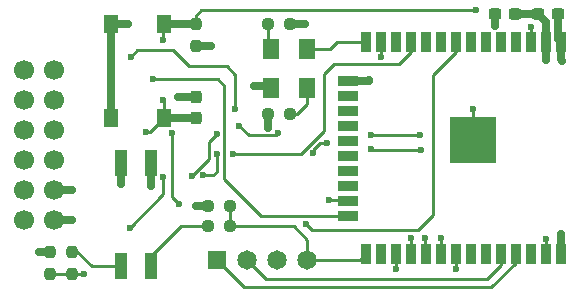
<source format=gbr>
%TF.GenerationSoftware,KiCad,Pcbnew,8.0.5*%
%TF.CreationDate,2024-11-30T18:41:16+03:00*%
%TF.ProjectId,pmod_esp32_4_layer.kicad_sch,706d6f64-5f65-4737-9033-325f345f6c61,rev?*%
%TF.SameCoordinates,Original*%
%TF.FileFunction,Copper,L1,Top*%
%TF.FilePolarity,Positive*%
%FSLAX46Y46*%
G04 Gerber Fmt 4.6, Leading zero omitted, Abs format (unit mm)*
G04 Created by KiCad (PCBNEW 8.0.5) date 2024-11-30 18:41:16*
%MOMM*%
%LPD*%
G01*
G04 APERTURE LIST*
G04 Aperture macros list*
%AMRoundRect*
0 Rectangle with rounded corners*
0 $1 Rounding radius*
0 $2 $3 $4 $5 $6 $7 $8 $9 X,Y pos of 4 corners*
0 Add a 4 corners polygon primitive as box body*
4,1,4,$2,$3,$4,$5,$6,$7,$8,$9,$2,$3,0*
0 Add four circle primitives for the rounded corners*
1,1,$1+$1,$2,$3*
1,1,$1+$1,$4,$5*
1,1,$1+$1,$6,$7*
1,1,$1+$1,$8,$9*
0 Add four rect primitives between the rounded corners*
20,1,$1+$1,$2,$3,$4,$5,0*
20,1,$1+$1,$4,$5,$6,$7,0*
20,1,$1+$1,$6,$7,$8,$9,0*
20,1,$1+$1,$8,$9,$2,$3,0*%
G04 Aperture macros list end*
%TA.AperFunction,SMDPad,CuDef*%
%ADD10RoundRect,0.237500X0.250000X0.237500X-0.250000X0.237500X-0.250000X-0.237500X0.250000X-0.237500X0*%
%TD*%
%TA.AperFunction,SMDPad,CuDef*%
%ADD11RoundRect,0.237500X-0.237500X0.250000X-0.237500X-0.250000X0.237500X-0.250000X0.237500X0.250000X0*%
%TD*%
%TA.AperFunction,SMDPad,CuDef*%
%ADD12RoundRect,0.237500X-0.300000X-0.237500X0.300000X-0.237500X0.300000X0.237500X-0.300000X0.237500X0*%
%TD*%
%TA.AperFunction,SMDPad,CuDef*%
%ADD13RoundRect,0.099000X-0.351000X0.751000X-0.351000X-0.751000X0.351000X-0.751000X0.351000X0.751000X0*%
%TD*%
%TA.AperFunction,SMDPad,CuDef*%
%ADD14R,4.000000X4.000000*%
%TD*%
%TA.AperFunction,SMDPad,CuDef*%
%ADD15RoundRect,0.099000X-0.751000X0.351000X-0.751000X-0.351000X0.751000X-0.351000X0.751000X0.351000X0*%
%TD*%
%TA.AperFunction,SMDPad,CuDef*%
%ADD16RoundRect,0.237500X0.237500X-0.250000X0.237500X0.250000X-0.237500X0.250000X-0.237500X-0.250000X0*%
%TD*%
%TA.AperFunction,SMDPad,CuDef*%
%ADD17RoundRect,0.237500X0.237500X-0.300000X0.237500X0.300000X-0.237500X0.300000X-0.237500X-0.300000X0*%
%TD*%
%TA.AperFunction,ComponentPad*%
%ADD18C,1.695000*%
%TD*%
%TA.AperFunction,SMDPad,CuDef*%
%ADD19RoundRect,0.250001X0.462499X0.624999X-0.462499X0.624999X-0.462499X-0.624999X0.462499X-0.624999X0*%
%TD*%
%TA.AperFunction,SMDPad,CuDef*%
%ADD20RoundRect,0.237500X-0.250000X-0.237500X0.250000X-0.237500X0.250000X0.237500X-0.250000X0.237500X0*%
%TD*%
%TA.AperFunction,SMDPad,CuDef*%
%ADD21R,1.100000X2.200000*%
%TD*%
%TA.AperFunction,SMDPad,CuDef*%
%ADD22R,1.300000X1.550000*%
%TD*%
%TA.AperFunction,SMDPad,CuDef*%
%ADD23RoundRect,0.237500X0.300000X0.237500X-0.300000X0.237500X-0.300000X-0.237500X0.300000X-0.237500X0*%
%TD*%
%TA.AperFunction,SMDPad,CuDef*%
%ADD24RoundRect,0.250001X-0.462499X-0.624999X0.462499X-0.624999X0.462499X0.624999X-0.462499X0.624999X0*%
%TD*%
%TA.AperFunction,ComponentPad*%
%ADD25R,1.650000X1.650000*%
%TD*%
%TA.AperFunction,ComponentPad*%
%ADD26C,1.650000*%
%TD*%
%TA.AperFunction,ViaPad*%
%ADD27C,0.600000*%
%TD*%
%TA.AperFunction,Conductor*%
%ADD28C,0.254000*%
%TD*%
%TA.AperFunction,Conductor*%
%ADD29C,0.640000*%
%TD*%
G04 APERTURE END LIST*
D10*
%TO.P,R10,1*%
%TO.N,/IO0*%
X146950000Y-111500000D03*
%TO.P,R10,2*%
%TO.N,Net-(R10-Pad2)*%
X145125000Y-111500000D03*
%TD*%
%TO.P,R13,1*%
%TO.N,/IO0*%
X146950000Y-109750000D03*
%TO.P,R13,2*%
%TO.N,/VCC3V3*%
X145125000Y-109750000D03*
%TD*%
D11*
%TO.P,R11,1*%
%TO.N,Net-(R11-Pad1)*%
X133550000Y-113687500D03*
%TO.P,R11,2*%
%TO.N,/SELECT*%
X133550000Y-115512500D03*
%TD*%
D12*
%TO.P,C3,1*%
%TO.N,/GND*%
X169375000Y-93500000D03*
%TO.P,C3,2*%
%TO.N,/VCC3V3*%
X171100000Y-93500000D03*
%TD*%
D13*
%TO.P,U1,1,GND*%
%TO.N,/GND*%
X174970000Y-95870000D03*
D14*
%TO.P,U1,1.1,GND*%
X167560000Y-104170000D03*
D13*
%TO.P,U1,2,3V3*%
%TO.N,/VCC3V3*%
X173700000Y-95870000D03*
%TO.P,U1,3,EN*%
%TO.N,/EN*%
X172430000Y-95870000D03*
%TO.P,U1,4,SENSOR_VP*%
%TO.N,unconnected-(U1-SENSOR_VP-Pad4)*%
X171160000Y-95870000D03*
%TO.P,U1,5,SENSOR_VN*%
%TO.N,unconnected-(U1-SENSOR_VN-Pad5)*%
X169890000Y-95870000D03*
%TO.P,U1,6,IO34*%
%TO.N,unconnected-(U1-IO34-Pad6)*%
X168620000Y-95870000D03*
%TO.P,U1,7,IO35*%
%TO.N,unconnected-(U1-IO35-Pad7)*%
X167350000Y-95870000D03*
%TO.P,U1,8,IO32*%
%TO.N,/GPIO*%
X166080000Y-95870000D03*
%TO.P,U1,9,IO33*%
%TO.N,unconnected-(U1-IO33-Pad9)*%
X164810000Y-95870000D03*
%TO.P,U1,10,IO25*%
%TO.N,unconnected-(U1-IO25-Pad10)*%
X163540000Y-95870000D03*
%TO.P,U1,11,IO26*%
%TO.N,/SELECT*%
X162270000Y-95870000D03*
%TO.P,U1,12,IO27*%
%TO.N,unconnected-(U1-IO27-Pad12)*%
X161000000Y-95870000D03*
%TO.P,U1,13,IO14*%
%TO.N,/RTS*%
X159730000Y-95870000D03*
%TO.P,U1,14,IO12*%
%TO.N,/LD0*%
X158460000Y-95870000D03*
D15*
%TO.P,U1,15,GND*%
%TO.N,/GND*%
X156960000Y-99155000D03*
%TO.P,U1,16,IO13*%
%TO.N,unconnected-(U1-IO13-Pad16)*%
X156960000Y-100425000D03*
%TO.P,U1,17,SHD/SD2*%
%TO.N,unconnected-(U1-SHD{slash}SD2-Pad17)*%
X156960000Y-101695000D03*
%TO.P,U1,18,SWP/SD3*%
%TO.N,unconnected-(U1-SWP{slash}SD3-Pad18)*%
X156960000Y-102965000D03*
%TO.P,U1,19,SCS/CMD*%
%TO.N,unconnected-(U1-SCS{slash}CMD-Pad19)*%
X156960000Y-104235000D03*
%TO.P,U1,20,SCK/CLK*%
%TO.N,unconnected-(U1-SCK{slash}CLK-Pad20)*%
X156960000Y-105505000D03*
%TO.P,U1,21,SDO/SD0*%
%TO.N,unconnected-(U1-SDO{slash}SD0-Pad21)*%
X156960000Y-106775000D03*
%TO.P,U1,22,SDI/SD1*%
%TO.N,unconnected-(U1-SDI{slash}SD1-Pad22)*%
X156960000Y-108045000D03*
%TO.P,U1,23,IO15*%
%TO.N,/CTS*%
X156960000Y-109315000D03*
%TO.P,U1,24,IO2*%
%TO.N,/INT*%
X156960000Y-110585000D03*
D13*
%TO.P,U1,25,IO0*%
%TO.N,/IO0*%
X158460000Y-113870000D03*
%TO.P,U1,26,IO4*%
%TO.N,unconnected-(U1-IO4-Pad26)*%
X159730000Y-113870000D03*
%TO.P,U1,27,IO16*%
%TO.N,/RXD*%
X161000000Y-113870000D03*
%TO.P,U1,28,IO17*%
%TO.N,/TXD*%
X162270000Y-113870000D03*
%TO.P,U1,29,IO5*%
%TO.N,/SS*%
X163540000Y-113870000D03*
%TO.P,U1,30,IO18*%
%TO.N,/SCK*%
X164810000Y-113870000D03*
%TO.P,U1,31,IO19*%
%TO.N,/MISO*%
X166080000Y-113870000D03*
%TO.P,U1,32*%
%TO.N,N/C*%
X167350000Y-113870000D03*
%TO.P,U1,33,IO21*%
%TO.N,unconnected-(U1-IO21-Pad33)*%
X168620000Y-113870000D03*
%TO.P,U1,34,RXD0*%
%TO.N,/RXD0*%
X169890000Y-113870000D03*
%TO.P,U1,35,TXD0*%
%TO.N,/TXD0*%
X171160000Y-113870000D03*
%TO.P,U1,36,IO22*%
%TO.N,unconnected-(U1-IO22-Pad36)*%
X172430000Y-113870000D03*
%TO.P,U1,37,IO23*%
%TO.N,/MOSI*%
X173700000Y-113870000D03*
%TO.P,U1,38,GND*%
%TO.N,/GND*%
X174970000Y-113870000D03*
%TD*%
D16*
%TO.P,R12,1*%
%TO.N,/SELECT*%
X131700000Y-115512500D03*
%TO.P,R12,2*%
%TO.N,/GND*%
X131700000Y-113687500D03*
%TD*%
D17*
%TO.P,C1,1*%
%TO.N,/EN*%
X144050000Y-102312500D03*
%TO.P,C1,2*%
%TO.N,/GND*%
X144050000Y-100587500D03*
%TD*%
D18*
%TO.P,J2,1,1*%
%TO.N,Net-(J2-Pad1)*%
X132033500Y-98300000D03*
%TO.P,J2,2,2*%
%TO.N,Net-(J2-Pad2)*%
X132033500Y-100840000D03*
%TO.P,J2,3,3*%
%TO.N,Net-(J2-Pad3)*%
X132033500Y-103380000D03*
%TO.P,J2,4,4*%
%TO.N,Net-(J2-Pad4)*%
X132033500Y-105920000D03*
%TO.P,J2,5,5*%
%TO.N,/GND*%
X132033500Y-108460000D03*
%TO.P,J2,6,6*%
%TO.N,/VCC3V3*%
X132033500Y-111000000D03*
%TO.P,J2,7,7*%
%TO.N,Net-(J2-Pad7)*%
X129493500Y-98300000D03*
%TO.P,J2,8,8*%
%TO.N,Net-(J2-Pad8)*%
X129493500Y-100840000D03*
%TO.P,J2,9,9*%
%TO.N,Net-(J2-Pad9)*%
X129493500Y-103380000D03*
%TO.P,J2,10,10*%
%TO.N,Net-(J2-Pad10)*%
X129493500Y-105920000D03*
%TO.P,J2,11,11*%
%TO.N,/GND*%
X129493500Y-108460000D03*
%TO.P,J2,12,12*%
%TO.N,/VCC3V3*%
X129493500Y-111000000D03*
%TD*%
D16*
%TO.P,R5,1*%
%TO.N,/VCC3V3*%
X144050000Y-96212500D03*
%TO.P,R5,2*%
%TO.N,/EN*%
X144050000Y-94387500D03*
%TD*%
D19*
%TO.P,LD2,1,K*%
%TO.N,Net-(LD2-K)*%
X153437500Y-99750000D03*
%TO.P,LD2,2,A*%
%TO.N,/VCC3V3*%
X150462500Y-99750000D03*
%TD*%
D10*
%TO.P,R15,1*%
%TO.N,Net-(LD2-K)*%
X152012500Y-101950000D03*
%TO.P,R15,2*%
%TO.N,/GND*%
X150187500Y-101950000D03*
%TD*%
D20*
%TO.P,R14,1*%
%TO.N,Net-(LD1-K)*%
X150187500Y-94350000D03*
%TO.P,R14,2*%
%TO.N,/GND*%
X152012500Y-94350000D03*
%TD*%
D21*
%TO.P,S2,1*%
%TO.N,Net-(R11-Pad1)*%
X137727500Y-114900000D03*
%TO.P,S2,2*%
%TO.N,Net-(R10-Pad2)*%
X140267500Y-114900000D03*
%TO.P,S2,A1*%
%TO.N,/VCC3V3*%
X137727500Y-106100000D03*
%TO.P,S2,A2*%
%TO.N,/GND*%
X140267500Y-106100000D03*
%TD*%
D22*
%TO.P,S1,1*%
%TO.N,/EN*%
X141337500Y-94375000D03*
%TO.P,S1,2*%
%TO.N,/GND*%
X136837500Y-94375000D03*
%TO.P,S1,3*%
%TO.N,/EN*%
X141337500Y-102325000D03*
%TO.P,S1,4*%
%TO.N,/GND*%
X136837500Y-102325000D03*
%TD*%
D23*
%TO.P,C2,1*%
%TO.N,/GND*%
X174750000Y-93500000D03*
%TO.P,C2,2*%
%TO.N,/VCC3V3*%
X173025000Y-93500000D03*
%TD*%
D24*
%TO.P,LD1,1,K*%
%TO.N,Net-(LD1-K)*%
X150462500Y-96500000D03*
%TO.P,LD1,2,A*%
%TO.N,/LD0*%
X153437500Y-96500000D03*
%TD*%
D25*
%TO.P,J1,1,1*%
%TO.N,/TXD0*%
X145847500Y-114350000D03*
D26*
%TO.P,J1,2,2*%
%TO.N,/RXD0*%
X148387500Y-114350000D03*
%TO.P,J1,3,3*%
%TO.N,/GND*%
X150927500Y-114350000D03*
%TO.P,J1,4,4*%
%TO.N,/IO0*%
X153467500Y-114350000D03*
%TD*%
D27*
%TO.N,/EN*%
X139850000Y-103500000D03*
X167750000Y-93200000D03*
X172400000Y-94600000D03*
X141300000Y-95750000D03*
X141300000Y-100800000D03*
%TO.N,/GND*%
X150200000Y-103150000D03*
X167550000Y-101600000D03*
X175100000Y-97500000D03*
X138300000Y-94350000D03*
X153300000Y-94350000D03*
X175000000Y-112150000D03*
X133600000Y-108450000D03*
X169350000Y-94500000D03*
X130800000Y-113650000D03*
X140250000Y-108050000D03*
X158750000Y-99150000D03*
X142550000Y-100550000D03*
%TO.N,/VCC3V3*%
X145350000Y-96200000D03*
X173700000Y-97400000D03*
X137727500Y-107877500D03*
X144050000Y-109750000D03*
X133600000Y-111000000D03*
X149000000Y-99650000D03*
%TO.N,/RTS{slash}SS*%
X147400000Y-101600000D03*
X138550000Y-97150000D03*
%TO.N,/INT*%
X140450000Y-99050000D03*
%TO.N,/SELECT*%
X141307097Y-107301471D03*
X144673001Y-107163711D03*
X147200000Y-105350000D03*
X145823001Y-105341290D03*
X134550000Y-115500000D03*
X138500000Y-111600000D03*
%TO.N,/GPIO*%
X153350000Y-111300000D03*
%TO.N,/CTS{slash}SCK*%
X143750000Y-107200000D03*
X145823000Y-103700000D03*
%TO.N,/TXD*%
X162250000Y-112500000D03*
%TO.N,/SS*%
X163500000Y-112450000D03*
%TO.N,/MOSI*%
X163050000Y-103800000D03*
X158900000Y-103800000D03*
X173700000Y-112550000D03*
X151050000Y-103600000D03*
X147700000Y-102973000D03*
%TO.N,/CTS*%
X155300000Y-109300000D03*
%TO.N,/MISO*%
X166050000Y-115150000D03*
%TO.N,/RTS*%
X159750000Y-97150000D03*
%TO.N,/SCK*%
X163100000Y-105000000D03*
X158900000Y-104950000D03*
X153968356Y-105268356D03*
X164800000Y-112500000D03*
X155150000Y-104450000D03*
%TO.N,/RXD*%
X161000000Y-115150000D03*
X142000000Y-103623000D03*
X142600000Y-109650000D03*
%TD*%
D28*
%TO.N,/EN*%
X144500000Y-93200000D02*
X144050000Y-93650000D01*
D29*
X141350000Y-102312500D02*
X141337500Y-102325000D01*
D28*
X140162500Y-103500000D02*
X141337500Y-102325000D01*
D29*
X141350000Y-94387500D02*
X141337500Y-94375000D01*
D28*
X141300000Y-94412500D02*
X141337500Y-94375000D01*
X141337500Y-102325000D02*
X141337500Y-100837500D01*
D29*
X144050000Y-94387500D02*
X141350000Y-94387500D01*
D28*
X141300000Y-95750000D02*
X141300000Y-94412500D01*
X172430000Y-95870000D02*
X172430000Y-94630000D01*
X167750000Y-93200000D02*
X144500000Y-93200000D01*
X172430000Y-94630000D02*
X172400000Y-94600000D01*
X139850000Y-103500000D02*
X140162500Y-103500000D01*
X144050000Y-93650000D02*
X144050000Y-94387500D01*
X141337500Y-100837500D02*
X141300000Y-100800000D01*
D29*
X144050000Y-102312500D02*
X141350000Y-102312500D01*
%TO.N,/GND*%
X174970000Y-97370000D02*
X175100000Y-97500000D01*
X142587500Y-100587500D02*
X142550000Y-100550000D01*
X144050000Y-100587500D02*
X142587500Y-100587500D01*
X174970000Y-95870000D02*
X174970000Y-97370000D01*
X136837500Y-102325000D02*
X136837500Y-94375000D01*
X174750000Y-95650000D02*
X174970000Y-95870000D01*
D28*
X167560000Y-101610000D02*
X167550000Y-101600000D01*
D29*
X138275000Y-94375000D02*
X138300000Y-94350000D01*
X140267500Y-106100000D02*
X140267500Y-108032500D01*
X156960000Y-99155000D02*
X158745000Y-99155000D01*
X130837500Y-113687500D02*
X131700000Y-113687500D01*
X169375000Y-93500000D02*
X169375000Y-94475000D01*
X150187500Y-103137500D02*
X150187500Y-101950000D01*
X140267500Y-108032500D02*
X140250000Y-108050000D01*
X174970000Y-112180000D02*
X175000000Y-112150000D01*
D28*
X167560000Y-104170000D02*
X167560000Y-101610000D01*
D29*
X150200000Y-103150000D02*
X150187500Y-103137500D01*
X169375000Y-94475000D02*
X169350000Y-94500000D01*
X133590000Y-108460000D02*
X133600000Y-108450000D01*
X174750000Y-93500000D02*
X174750000Y-95650000D01*
X132033500Y-108460000D02*
X133590000Y-108460000D01*
X130800000Y-113650000D02*
X130837500Y-113687500D01*
X152012500Y-94350000D02*
X153300000Y-94350000D01*
X174970000Y-113870000D02*
X174970000Y-112180000D01*
X158745000Y-99155000D02*
X158750000Y-99150000D01*
X136837500Y-94375000D02*
X138275000Y-94375000D01*
%TO.N,/VCC3V3*%
X171100000Y-93500000D02*
X173025000Y-93500000D01*
X173700000Y-94175000D02*
X173025000Y-93500000D01*
X137727500Y-106100000D02*
X137727500Y-107877500D01*
X173700000Y-95870000D02*
X173700000Y-94175000D01*
X144050000Y-109750000D02*
X144100000Y-109750000D01*
X173700000Y-95870000D02*
X173700000Y-97400000D01*
X145125000Y-109750000D02*
X144050000Y-109750000D01*
X149000000Y-99650000D02*
X150362500Y-99650000D01*
X145337500Y-96212500D02*
X145350000Y-96200000D01*
X150362500Y-99650000D02*
X150462500Y-99750000D01*
X137750000Y-107900000D02*
X137727500Y-107877500D01*
X144050000Y-96212500D02*
X145337500Y-96212500D01*
X132033500Y-111000000D02*
X133600000Y-111000000D01*
D28*
%TO.N,/TXD0*%
X171160000Y-114590000D02*
X171160000Y-113870000D01*
X148170500Y-116673000D02*
X169077000Y-116673000D01*
X145847500Y-114350000D02*
X148170500Y-116673000D01*
X169077000Y-116673000D02*
X171160000Y-114590000D01*
%TO.N,/IO0*%
X153467500Y-112617500D02*
X153467500Y-114350000D01*
X146950000Y-109750000D02*
X146950000Y-111500000D01*
X153467500Y-114350000D02*
X157980000Y-114350000D01*
X157980000Y-114350000D02*
X158460000Y-113870000D01*
X146950000Y-111500000D02*
X152350000Y-111500000D01*
X152350000Y-111500000D02*
X153467500Y-112617500D01*
%TO.N,/RXD0*%
X150037500Y-116000000D02*
X168700000Y-116000000D01*
X168700000Y-116000000D02*
X169890000Y-114810000D01*
X148387500Y-114350000D02*
X150037500Y-116000000D01*
X169890000Y-114810000D02*
X169890000Y-113870000D01*
%TO.N,/LD0*%
X155400000Y-96500000D02*
X156030000Y-95870000D01*
X156030000Y-95870000D02*
X158460000Y-95870000D01*
X153437500Y-96500000D02*
X155400000Y-96500000D01*
%TO.N,Net-(LD1-K)*%
X150187500Y-94350000D02*
X150187500Y-96225000D01*
X150187500Y-96225000D02*
X150462500Y-96500000D01*
%TO.N,Net-(LD2-K)*%
X152012500Y-101950000D02*
X152600000Y-101950000D01*
X152600000Y-101950000D02*
X153437500Y-101112500D01*
X153437500Y-101112500D02*
X153437500Y-99750000D01*
%TO.N,/RTS{slash}SS*%
X142150000Y-96600000D02*
X143500000Y-97950000D01*
X146750000Y-98000000D02*
X147400000Y-98650000D01*
X139100000Y-96600000D02*
X142150000Y-96600000D01*
X147400000Y-98650000D02*
X147400000Y-101600000D01*
X143500000Y-97950000D02*
X144800000Y-97950000D01*
X146700000Y-97950000D02*
X146750000Y-98000000D01*
X138550000Y-97150000D02*
X139100000Y-96600000D01*
X144800000Y-97950000D02*
X146700000Y-97950000D01*
%TO.N,/INT*%
X146450000Y-99600000D02*
X146450000Y-107450000D01*
X150400000Y-110600000D02*
X150415000Y-110585000D01*
X146450000Y-107450000D02*
X149600000Y-110600000D01*
X149600000Y-110600000D02*
X150400000Y-110600000D01*
X145900000Y-99050000D02*
X146450000Y-99600000D01*
X150415000Y-110585000D02*
X156960000Y-110585000D01*
X140450000Y-99050000D02*
X145900000Y-99050000D01*
%TO.N,/SELECT*%
X131700000Y-115512500D02*
X133550000Y-115512500D01*
X141307097Y-108792903D02*
X141307097Y-107301471D01*
X145823001Y-106862369D02*
X145823001Y-105341290D01*
X154900000Y-98600000D02*
X155723000Y-97777000D01*
X147200000Y-105350000D02*
X153000000Y-105350000D01*
X138500000Y-111600000D02*
X141307097Y-108792903D01*
X161223000Y-97777000D02*
X162270000Y-96730000D01*
X154900000Y-103450000D02*
X154900000Y-98600000D01*
X134537500Y-115512500D02*
X134550000Y-115500000D01*
X133550000Y-115512500D02*
X134537500Y-115512500D01*
X145521659Y-107163711D02*
X145823001Y-106862369D01*
X162270000Y-96730000D02*
X162270000Y-95870000D01*
X155723000Y-97777000D02*
X161223000Y-97777000D01*
X153000000Y-105350000D02*
X154900000Y-103450000D01*
X144673001Y-107163711D02*
X145521659Y-107163711D01*
%TO.N,/GPIO*%
X166080000Y-96719999D02*
X164150000Y-98649999D01*
X164150000Y-98649999D02*
X164150000Y-109650000D01*
X164150000Y-109650000D02*
X164150000Y-110500000D01*
X153850000Y-111800000D02*
X153350000Y-111300000D01*
X162850000Y-111800000D02*
X154200000Y-111800000D01*
X154200000Y-111800000D02*
X153850000Y-111800000D01*
X166080000Y-95870000D02*
X166080000Y-96719999D01*
X164150000Y-110500000D02*
X163200000Y-111450000D01*
X163200000Y-111450000D02*
X162850000Y-111800000D01*
%TO.N,/CTS{slash}SCK*%
X145150000Y-104373000D02*
X145823000Y-103700000D01*
X143750000Y-107200000D02*
X145150000Y-105800000D01*
X145150000Y-105800000D02*
X145150000Y-104373000D01*
%TO.N,Net-(R10-Pad2)*%
X140267500Y-114900000D02*
X140267500Y-114032500D01*
X142800000Y-111500000D02*
X145125000Y-111500000D01*
X140267500Y-114032500D02*
X142800000Y-111500000D01*
%TO.N,Net-(R11-Pad1)*%
X135250000Y-114900000D02*
X137727500Y-114900000D01*
X133550000Y-113687500D02*
X134037500Y-113687500D01*
X134037500Y-113687500D02*
X135250000Y-114900000D01*
%TO.N,/TXD*%
X162270000Y-112520000D02*
X162250000Y-112500000D01*
X162270000Y-113870000D02*
X162270000Y-112520000D01*
%TO.N,/SS*%
X163500000Y-112450000D02*
X163500000Y-113830000D01*
X163500000Y-113830000D02*
X163540000Y-113870000D01*
%TO.N,/MOSI*%
X150853000Y-103797000D02*
X148524000Y-103797000D01*
X151050000Y-103600000D02*
X150853000Y-103797000D01*
X173700000Y-113870000D02*
X173700000Y-112550000D01*
X163050000Y-103800000D02*
X158900000Y-103800000D01*
X148524000Y-103797000D02*
X147700000Y-102973000D01*
%TO.N,/CTS*%
X156945000Y-109300000D02*
X156960000Y-109315000D01*
X155300000Y-109300000D02*
X156945000Y-109300000D01*
%TO.N,/MISO*%
X166050000Y-113900000D02*
X166080000Y-113870000D01*
X166050000Y-115150000D02*
X166050000Y-113900000D01*
%TO.N,/RTS*%
X159750000Y-95890000D02*
X159730000Y-95870000D01*
X159750000Y-97150000D02*
X159750000Y-95890000D01*
%TO.N,/SCK*%
X164810000Y-112510000D02*
X164800000Y-112500000D01*
X154550000Y-104450000D02*
X153968356Y-105031644D01*
X158950000Y-105000000D02*
X158900000Y-104950000D01*
X153968356Y-105031644D02*
X153968356Y-105268356D01*
X164810000Y-113870000D02*
X164810000Y-112510000D01*
X163100000Y-105000000D02*
X158950000Y-105000000D01*
X155150000Y-104450000D02*
X154550000Y-104450000D01*
%TO.N,/RXD*%
X142000000Y-109050000D02*
X142000000Y-103623000D01*
X142600000Y-109650000D02*
X142000000Y-109050000D01*
X161000000Y-113870000D02*
X161000000Y-115150000D01*
%TD*%
M02*

</source>
